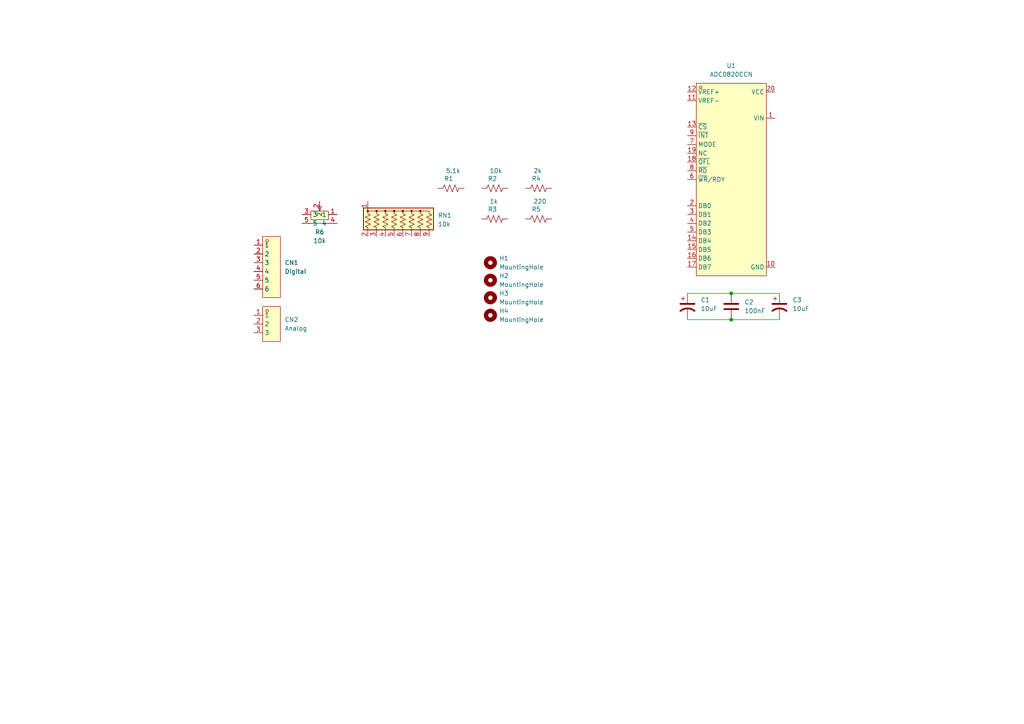
<source format=kicad_sch>
(kicad_sch (version 20231120) (generator "eeschema") (generator_version "8.0")
  (paper "A4")
  (lib_symbols
    (symbol "Device:C" (pin_numbers hide) (pin_names (offset 0.254))
      (property "Reference" "C" (at 0.635 2.54 0))
      (property "Value" "C" (at 0.635 -2.54 0))
      (symbol "C_0_1"
        (polyline (pts (xy -2.032 -0.762) (xy 2.032 -0.762)) (stroke (width 0.508)))
        (polyline (pts (xy -2.032 0.762) (xy 2.032 0.762)) (stroke (width 0.508)))
      )
      (symbol "C_1_1"
        (pin passive line (at 0 3.81 270) (length 2.794) (name "~") (number "1"))
        (pin passive line (at 0 -3.81 90) (length 2.794) (name "~") (number "2"))
      )
    )
    (symbol "Device:C_Polarized_US" (pin_numbers hide) (pin_names (offset 0.254) hide)
      (property "Reference" "C" (at 0.635 2.54 0))
      (property "Value" "C_Polarized_US" (at 0.635 -2.54 0))
      (symbol "C_Polarized_US_0_1"
        (polyline (pts (xy -2.032 0.762) (xy 2.032 0.762)) (stroke (width 0.508)))
        (polyline (pts (xy -1.778 2.286) (xy -0.762 2.286)))
        (polyline (pts (xy -1.27 1.778) (xy -1.27 2.794)))
        (arc (start 2.032 -1.27) (mid 0 -0.5572) (end -2.032 -1.27) (stroke (width 0.508)))
      )
      (symbol "C_Polarized_US_1_1"
        (pin passive line (at 0 3.81 270) (length 2.794) (name "~") (number "1"))
        (pin passive line (at 0 -3.81 90) (length 3.302) (name "~") (number "2"))
      )
    )
    (symbol "Device:R_Network08_US" (pin_names (offset 0) hide)
      (property "Reference" "RN" (at -12.7 0 90))
      (property "Value" "R_Network08_US" (at 10.16 0 90))
      (symbol "R_Network08_US_0_1"
        (rectangle (start -11.43 -3.175) (end 8.89 3.175) (stroke (width 0.254)) (fill (type background)))
        (circle (center -10.16 2.286) (radius 0.254) (fill (type outline)))
        (circle (center -7.62 2.286) (radius 0.254) (fill (type outline)))
        (circle (center -5.08 2.286) (radius 0.254) (fill (type outline)))
        (circle (center -2.54 2.286) (radius 0.254) (fill (type outline)))
        (polyline (pts (xy -10.16 2.286) (xy 7.62 2.286)))
        (polyline (pts (xy -10.16 2.286) (xy -10.16 1.524) (xy -9.398 1.1684) (xy -10.922 0.508) (xy -9.398 -0.1524) (xy -10.922 -0.8382) (xy -9.398 -1.524) (xy -10.922 -2.1844) (xy -10.16 -2.54) (xy -10.16 -3.81)))
        (polyline (pts (xy -7.62 2.286) (xy -7.62 1.524) (xy -6.858 1.1684) (xy -8.382 0.508) (xy -6.858 -0.1524) (xy -8.382 -0.8382) (xy -6.858 -1.524) (xy -8.382 -2.1844) (xy -7.62 -2.54) (xy -7.62 -3.81)))
        (polyline (pts (xy -5.08 2.286) (xy -5.08 1.524) (xy -4.318 1.1684) (xy -5.842 0.508) (xy -4.318 -0.1524) (xy -5.842 -0.8382) (xy -4.318 -1.524) (xy -5.842 -2.1844) (xy -5.08 -2.54) (xy -5.08 -3.81)))
        (polyline (pts (xy -2.54 2.286) (xy -2.54 1.524) (xy -1.778 1.1684) (xy -3.302 0.508) (xy -1.778 -0.1524) (xy -3.302 -0.8382) (xy -1.778 -1.524) (xy -3.302 -2.1844) (xy -2.54 -2.54) (xy -2.54 -3.81)))
        (polyline (pts (xy 0 2.286) (xy 0 1.524) (xy 0.762 1.1684) (xy -0.762 0.508) (xy 0.762 -0.1524) (xy -0.762 -0.8382) (xy 0.762 -1.524) (xy -0.762 -2.1844) (xy 0 -2.54) (xy 0 -3.81)))
        (polyline (pts (xy 2.54 2.286) (xy 2.54 1.524) (xy 3.302 1.1684) (xy 1.778 0.508) (xy 3.302 -0.1524) (xy 1.778 -0.8382) (xy 3.302 -1.524) (xy 1.778 -2.1844) (xy 2.54 -2.54) (xy 2.54 -3.81)))
        (polyline (pts (xy 5.08 2.286) (xy 5.08 1.524) (xy 5.842 1.1684) (xy 4.318 0.508) (xy 5.842 -0.1524) (xy 4.318 -0.8382) (xy 5.842 -1.524) (xy 4.318 -2.1844) (xy 5.08 -2.54) (xy 5.08 -3.81)))
        (polyline (pts (xy 7.62 2.286) (xy 7.62 1.524) (xy 8.382 1.1684) (xy 6.858 0.508) (xy 8.382 -0.1524) (xy 6.858 -0.8382) (xy 8.382 -1.524) (xy 6.858 -2.1844) (xy 7.62 -2.54) (xy 7.62 -3.81)))
        (circle (center 0 2.286) (radius 0.254) (fill (type outline)))
        (circle (center 2.54 2.286) (radius 0.254) (fill (type outline)))
        (circle (center 5.08 2.286) (radius 0.254) (fill (type outline)))
      )
      (symbol "R_Network08_US_1_1"
        (pin passive line (at -10.16 5.08 270) (length 2.54) (name "common") (number "1"))
        (pin passive line (at -10.16 -5.08 90) (length 1.27) (name "R1") (number "2"))
        (pin passive line (at -7.62 -5.08 90) (length 1.27) (name "R2") (number "3"))
        (pin passive line (at -5.08 -5.08 90) (length 1.27) (name "R3") (number "4"))
        (pin passive line (at -2.54 -5.08 90) (length 1.27) (name "R4") (number "5"))
        (pin passive line (at 0 -5.08 90) (length 1.27) (name "R5") (number "6"))
        (pin passive line (at 2.54 -5.08 90) (length 1.27) (name "R6") (number "7"))
        (pin passive line (at 5.08 -5.08 90) (length 1.27) (name "R7") (number "8"))
        (pin passive line (at 7.62 -5.08 90) (length 1.27) (name "R8") (number "9"))
      )
    )
    (symbol "Device:R_US" (pin_numbers hide) (pin_names (offset 0))
      (property "Reference" "R" (at 2.54 0 90))
      (property "Value" "R_US" (at -2.54 0 90))
      (symbol "R_US_0_1"
        (polyline (pts (xy 0 -2.286) (xy 0 -2.54)))
        (polyline (pts (xy 0 2.286) (xy 0 2.54)))
        (polyline (pts (xy 0 -0.762) (xy 1.016 -1.143) (xy 0 -1.524) (xy -1.016 -1.905) (xy 0 -2.286)))
        (polyline (pts (xy 0 0.762) (xy 1.016 0.381) (xy 0 0) (xy -1.016 -0.381) (xy 0 -0.762)))
        (polyline (pts (xy 0 2.286) (xy 1.016 1.905) (xy 0 1.524) (xy -1.016 1.143) (xy 0 0.762)))
      )
      (symbol "R_US_1_1"
        (pin passive line (at 0 3.81 270) (length 1.27) (name "~") (number "1"))
        (pin passive line (at 0 -3.81 90) (length 1.27) (name "~") (number "2"))
      )
    )
    (symbol "EasyEDA:ADC0820CCN"
      (property "Reference" "U" (at 0 30.48 0))
      (property "Value" "ADC0820CCN" (at 0 -30.48 0))
      (symbol "ADC0820CCN_0_1"
        (rectangle (start -10.16 27.94) (end 10.16 -27.94) (fill (type background)))
        (circle (center -8.89 26.67) (radius 0.38))
        (pin unspecified line (at 12.7 17.78 180) (length 2.54) (name "VIN") (number "1"))
        (pin unspecified line (at 12.7 -25.4 180) (length 2.54) (name "GND") (number "10"))
        (pin unspecified line (at -12.7 22.86 0) (length 2.54) (name "VREF-") (number "11"))
        (pin unspecified line (at -12.7 25.4 0) (length 2.54) (name "VREF+") (number "12"))
        (pin unspecified line (at -12.7 15.24 0) (length 2.54) (name "~{CS}") (number "13"))
        (pin unspecified line (at -12.7 -17.78 0) (length 2.54) (name "DB4") (number "14"))
        (pin unspecified line (at -12.7 -20.32 0) (length 2.54) (name "DB5") (number "15"))
        (pin unspecified line (at -12.7 -22.86 0) (length 2.54) (name "DB6") (number "16"))
        (pin unspecified line (at -12.7 -25.4 0) (length 2.54) (name "DB7") (number "17"))
        (pin unspecified line (at -12.7 5.08 0) (length 2.54) (name "~{OFL}") (number "18"))
        (pin unspecified line (at -12.7 7.62 0) (length 2.54) (name "NC") (number "19"))
        (pin unspecified line (at -12.7 -7.62 0) (length 2.54) (name "DB0") (number "2"))
        (pin unspecified line (at 12.7 25.4 180) (length 2.54) (name "VCC") (number "20"))
        (pin unspecified line (at -12.7 -10.16 0) (length 2.54) (name "DB1") (number "3"))
        (pin unspecified line (at -12.7 -12.7 0) (length 2.54) (name "DB2") (number "4"))
        (pin unspecified line (at -12.7 -15.24 0) (length 2.54) (name "DB3") (number "5"))
        (pin unspecified line (at -12.7 0 0) (length 2.54) (name "~{WR}/RDY") (number "6"))
        (pin unspecified line (at -12.7 10.16 0) (length 2.54) (name "MODE") (number "7"))
        (pin unspecified line (at -12.7 2.54 0) (length 2.54) (name "~{RD}") (number "8"))
        (pin unspecified line (at -12.7 12.7 0) (length 2.54) (name "~{INT}") (number "9"))
      )
    )
    (symbol "EasyEDA:DB2ERC-5.08-3P-BK"
      (property "Reference" "CN" (at 0 7.62 0))
      (property "Value" "DB2ERC-5.08-3P-BK" (at 0 -7.62 0))
      (symbol "DB2ERC-5.08-3P-BK_0_1"
        (rectangle (start -2.54 5.08) (end 2.54 -5.08) (fill (type background)))
        (circle (center -1.27 3.81) (radius 0.38))
        (pin unspecified line (at -5.08 2.54 0) (length 2.54) (name "1") (number "1"))
        (pin unspecified line (at -5.08 0 0) (length 2.54) (name "2") (number "2"))
        (pin unspecified line (at -5.08 -2.54 0) (length 2.54) (name "3") (number "3"))
      )
    )
    (symbol "EasyEDA:DB2ERC-5.08-6P-BK"
      (property "Reference" "CN" (at 0 11.43 0))
      (property "Value" "DB2ERC-5.08-6P-BK" (at 0 -11.43 0))
      (symbol "DB2ERC-5.08-6P-BK_0_1"
        (rectangle (start -2.54 8.89) (end 2.54 -8.89) (fill (type background)))
        (circle (center -1.27 7.62) (radius 0.38))
        (pin unspecified line (at -5.08 6.35 0) (length 2.54) (name "1") (number "1"))
        (pin unspecified line (at -5.08 3.81 0) (length 2.54) (name "2") (number "2"))
        (pin unspecified line (at -5.08 1.27 0) (length 2.54) (name "3") (number "3"))
        (pin unspecified line (at -5.08 -1.27 0) (length 2.54) (name "4") (number "4"))
        (pin unspecified line (at -5.08 -3.81 0) (length 2.54) (name "5") (number "5"))
        (pin unspecified line (at -5.08 -6.35 0) (length 2.54) (name "6") (number "6"))
      )
    )
    (symbol "EasyEDA:RS30111A602N"
      (property "Reference" "R" (at 0 8.89 0))
      (property "Value" "RS30111A602N" (at 0 -7.62 0))
      (symbol "RS30111A602N_0_1"
        (polyline (pts (xy -2.54 -2.54) (xy 2.54 -2.54)))
        (polyline (pts (xy 0 1.52) (xy 0 2.79)))
        (polyline (pts (xy 0 1.02) (xy -0.51 2.29) (xy 0.51 2.29) (xy 0 1.02)) (fill (type background)))
        (polyline (pts (xy -2.54 1.02) (xy 2.54 1.02) (xy 2.54 -1.52) (xy -2.54 -1.52) (xy -2.54 1.02)) (fill (type background)))
        (pin input line (at 5.08 0 180) (length 2.54) (name "1") (number "1"))
        (pin input line (at 0 3.81 270) (length 2.54) (name "2") (number "2"))
        (pin input line (at -5.08 0 0) (length 2.54) (name "3") (number "3"))
        (pin input line (at 5.08 -2.54 180) (length 2.54) (name "4") (number "4"))
        (pin input line (at -5.08 -2.54 0) (length 2.54) (name "5") (number "5"))
      )
    )
    (symbol "Mechanical:MountingHole" (pin_names (offset 1.016)) (exclude_from_sim yes) (in_bom no)
      (property "Reference" "H" (at 0 5.08 0))
      (property "Value" "MountingHole" (at 0 3.175 0))
      (symbol "MountingHole_0_1"
        (circle (center 0 0) (radius 1.27) (stroke (width 1.27)))
      )
    )
  )
  (junction (at 212.09 85.09))
  (junction (at 212.09 92.71))
  (wire (pts (xy 212.09 85.09) (xy 226.06 85.09)))
  (wire (pts (xy 199.39 92.71) (xy 212.09 92.71)))
  (wire (pts (xy 212.09 92.71) (xy 226.06 92.71)))
  (wire (pts (xy 199.39 85.09) (xy 212.09 85.09)))
  (symbol (lib_id "Device:R_US") (at 143.51 63.5 270) (unit 1)
    (property "Reference" "R3" (at 141.478 60.706 90) (effects (justify left)))
    (property "Value" "1k" (at 141.986 58.42 90) (effects (justify left)))
    (property "Footprint" "Resistor_THT:R_Axial_DIN0207_L6.3mm_D2.5mm_P10.16mm_Horizontal" (effects (hide yes)))
    (property "Description" "Resistor, US symbol" (effects (hide yes)))
  )
  (symbol (lib_id "Device:R_US") (at 130.81 54.61 270) (unit 1)
    (property "Reference" "R1" (at 128.778 51.816 90) (effects (justify left)))
    (property "Value" "5.1k" (at 129.286 49.53 90) (effects (justify left)))
    (property "Footprint" "Resistor_THT:R_Axial_DIN0207_L6.3mm_D2.5mm_P10.16mm_Horizontal" (effects (hide yes)))
    (property "Description" "Resistor, US symbol" (effects (hide yes)))
  )
  (symbol (lib_id "Device:C_Polarized_US") (at 226.06 88.9 0) (unit 1)
    (property "Reference" "C3" (at 229.87 86.9949 0) (effects (justify left)))
    (property "Value" "10uF" (at 229.87 89.5349 0) (effects (justify left)))
    (property "Footprint" "Capacitor_THT:CP_Radial_D5.0mm_P2.00mm" (effects (hide yes)))
    (property "Description" "Polarized capacitor, US symbol" (effects (hide yes)))
    (property "LCSC ID" "C503219 " (effects (hide yes)))
  )
  (symbol (lib_id "Device:R_US") (at 143.51 54.61 270) (unit 1)
    (property "Reference" "R2" (at 141.478 51.816 90) (effects (justify left)))
    (property "Value" "10k" (at 141.986 49.53 90) (effects (justify left)))
    (property "Footprint" "Resistor_THT:R_Axial_DIN0207_L6.3mm_D2.5mm_P10.16mm_Horizontal" (effects (hide yes)))
    (property "Description" "Resistor, US symbol" (effects (hide yes)))
  )
  (symbol (lib_id "EasyEDA:DB2ERC-5.08-3P-BK") (at 78.74 93.98 0) (unit 1)
    (property "Reference" "CN2" (at 82.55 92.7099 0) (effects (justify left)))
    (property "Value" "Analog" (at 82.55 95.2499 0) (effects (justify left)))
    (property "Footprint" "EasyEDA:CONN-TH_3P-P5.08_DB2ERC-5.08-3P-BK" (effects (hide yes)))
    (property "Datasheet" "https://lcsc.com/product-detail/Pluggable-System-Terminal-Block_DIBO-DB2ERC-5-08-3P-BK_C430440.html" (effects (hide yes)))
    (property "LCSC Part" "C430440" (effects (hide yes)))
  )
  (symbol (lib_id "Device:R_Network08_US") (at 116.84 63.5 0) (unit 1)
    (property "Reference" "RN1" (at 127 62.4839 0) (effects (justify left)))
    (property "Value" "10k" (at 127 65.0239 0) (effects (justify left)))
    (property "Footprint" "Resistor_THT:R_Array_SIP9" (effects (hide yes)))
    (property "Datasheet" "http://www.vishay.com/docs/31509/csc.pdf" (effects (hide yes)))
    (property "Description" "8 resistor network, star topology, bussed resistors, small US symbol" (effects (hide yes)))
  )
  (symbol (lib_id "Device:C") (at 212.09 88.9 0) (unit 1)
    (property "Reference" "C2" (at 215.9 87.6299 0) (effects (justify left)))
    (property "Value" "100nF" (at 215.9 90.1699 0) (effects (justify left)))
    (property "Footprint" "Capacitor_THT:C_Disc_D5.0mm_W2.5mm_P2.50mm" (effects (hide yes)))
    (property "Description" "Unpolarized capacitor" (effects (hide yes)))
    (property "LCSC ID" "C5632430" (effects (hide yes)))
  )
  (symbol (lib_id "EasyEDA:DB2ERC-5.08-6P-BK") (at 78.74 77.47 0) (unit 1)
    (property "Reference" "CN1" (at 82.55 76.1999 0) (effects (justify left)))
    (property "Value" "Digital" (at 82.55 78.7399 0) (effects (justify left)))
    (property "Footprint" "EasyEDA:CONN-TH_6P-P5.08_DB2ERC-5.08-6P-BK" (effects (hide yes)))
    (property "Datasheet" "https://lcsc.com/product-detail/Pluggable-System-Terminal-Block_DIBO-DB2ERC-5-08-6P-BK_C430468.html" (effects (hide yes)))
    (property "LCSC Part" "C430468" (effects (hide yes)))
  )
  (symbol (lib_id "Mechanical:MountingHole") (at 142.24 81.28 0) (unit 1) (exclude_from_sim yes) (in_bom no)
    (property "Reference" "H2" (at 144.78 80.0099 0) (effects (justify left)))
    (property "Value" "MountingHole" (at 144.78 82.5499 0) (effects (justify left)))
    (property "Footprint" "MountingHole:MountingHole_3.2mm_M3_Pad_Via" (effects (hide yes)))
    (property "Description" "Mounting Hole without connection" (effects (hide yes)))
  )
  (symbol (lib_id "EasyEDA:ADC0820CCN") (at 212.09 52.07 0) (unit 1)
    (property "Reference" "U1" (at 212.09 19.05 0))
    (property "Value" "ADC0820CCN" (at 212.09 21.59 0))
    (property "Footprint" "Package_DIP:DIP-20_W7.62mm_Socket_LongPads" (effects (hide yes)))
    (property "LCSC Part" "C7457580" (effects (hide yes)))
  )
  (symbol (lib_id "Mechanical:MountingHole") (at 142.24 76.2 0) (unit 1) (exclude_from_sim yes) (in_bom no)
    (property "Reference" "H1" (at 144.78 74.9299 0) (effects (justify left)))
    (property "Value" "MountingHole" (at 144.78 77.4699 0) (effects (justify left)))
    (property "Footprint" "MountingHole:MountingHole_3.2mm_M3_Pad_Via" (effects (hide yes)))
    (property "Description" "Mounting Hole without connection" (effects (hide yes)))
  )
  (symbol (lib_id "Device:R_US") (at 156.21 54.61 270) (unit 1)
    (property "Reference" "R4" (at 154.178 51.816 90) (effects (justify left)))
    (property "Value" "2k" (at 154.686 49.53 90) (effects (justify left)))
    (property "Footprint" "Resistor_THT:R_Axial_DIN0207_L6.3mm_D2.5mm_P10.16mm_Horizontal" (effects (hide yes)))
    (property "Description" "Resistor, US symbol" (effects (hide yes)))
  )
  (symbol (lib_id "Device:R_US") (at 156.21 63.5 270) (unit 1)
    (property "Reference" "R5" (at 154.178 60.706 90) (effects (justify left)))
    (property "Value" "220" (at 154.686 58.42 90) (effects (justify left)))
    (property "Footprint" "Resistor_THT:R_Axial_DIN0207_L6.3mm_D2.5mm_P10.16mm_Horizontal" (effects (hide yes)))
    (property "Description" "Resistor, US symbol" (effects (hide yes)))
  )
  (symbol (lib_id "EasyEDA:RS30111A602N") (at 92.71 62.23 0) (unit 1)
    (property "Reference" "R6" (at 92.71 67.31 0))
    (property "Value" "10k" (at 92.71 69.85 0))
    (property "Footprint" "EasyEDA:RES-ADJ-TH_RS30111A602N" (effects (hide yes)))
    (property "Datasheet" "https://lcsc.com/product-detail/Others_ALPS-Electric-RS30111A602N_C370980.html" (effects (hide yes)))
    (property "LCSC Part" "C370980" (effects (hide yes)))
  )
  (symbol (lib_id "Mechanical:MountingHole") (at 142.24 91.44 0) (unit 1) (exclude_from_sim yes) (in_bom no)
    (property "Reference" "H4" (at 144.78 90.1699 0) (effects (justify left)))
    (property "Value" "MountingHole" (at 144.78 92.7099 0) (effects (justify left)))
    (property "Footprint" "MountingHole:MountingHole_3.2mm_M3_Pad_Via" (effects (hide yes)))
    (property "Description" "Mounting Hole without connection" (effects (hide yes)))
  )
  (symbol (lib_id "Mechanical:MountingHole") (at 142.24 86.36 0) (unit 1) (exclude_from_sim yes) (in_bom no)
    (property "Reference" "H3" (at 144.78 85.0899 0) (effects (justify left)))
    (property "Value" "MountingHole" (at 144.78 87.6299 0) (effects (justify left)))
    (property "Footprint" "MountingHole:MountingHole_3.2mm_M3_Pad_Via" (effects (hide yes)))
    (property "Description" "Mounting Hole without connection" (effects (hide yes)))
  )
  (symbol (lib_id "Device:C_Polarized_US") (at 199.39 88.9 0) (unit 1)
    (property "Reference" "C1" (at 203.2 86.9949 0) (effects (justify left)))
    (property "Value" "10uF" (at 203.2 89.5349 0) (effects (justify left)))
    (property "Footprint" "Capacitor_THT:CP_Radial_D5.0mm_P2.00mm" (effects (hide yes)))
    (property "Description" "Polarized capacitor, US symbol" (effects (hide yes)))
    (property "LCSC ID" "C503219 " (effects (hide yes)))
  )
)
</source>
